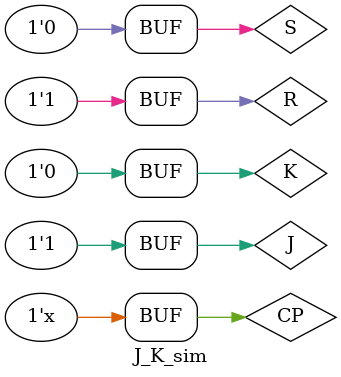
<source format=v>
`timescale 1ns / 1ps

module J_K_sim();
reg J,K,CP,S,R;
wire Q,Qn;
J_K test(S,R,J,K,CP,Q,Qn);

always
begin
	#10 CP = ~CP;
end

initial
begin
    CP=0;
	J=1'b0;
	K=1'b0;
	S=1'b0;
	R=1'b0;
	#30 J = 1'b0; K = 1'b1;    //Õâ30nsÄÚ£¬ÓÉÓÚq´¦ÓÚ±£³Ö×´Ì¬£¬ÇÒqÃ»ÓÐ³õÊ¼Öµ£¬ËùÒÔ´ËÊ±¼ä¶ÎÄÚqÖµÓ¦¸Ã´¦ÓÚ²»È·¶¨×´Ì¬£¬
	                           //µ±¹ýÁËÕâ30nsºó£¬Ê±ÖÓÉÏÉýÑØµ½À´£¬qÖµ±»ÖÃ0£»
	#20 J = 1'b1; K = 1'b0;    //qÖµ±»ÖÃ1;
	#20 J = 1'b1; K = 1'b1;    //qÖµ·­×ªÎª0£»
	#20 J = 1'b1; K = 1'b0;    //qÖµ±»ÖÃ1£»
	
	#20 S=1'b1;R=1'b0;//Òì²½ÖÃÎ»
	#20 J = 1'b1; K = 1'b0;    //qÖµ±»ÖÃ1;
	#20 J = 1'b1; K = 1'b1;    //qÖµ·­×ªÎª0£»
	#20 J = 1'b1; K = 1'b0;    //qÖµ±»ÖÃ1£»
	
	#20 S=1'b0;R=1'b1;//Òì²½ÇåÁã
	#20 J = 1'b1; K = 1'b0;    //qÖµ±»ÖÃ1;
	#20 J = 1'b1; K = 1'b1;    //qÖµ·­×ªÎª0£»
	#20 J = 1'b1; K = 1'b0;    //qÖµ±»ÖÃ1£»
end
endmodule

</source>
